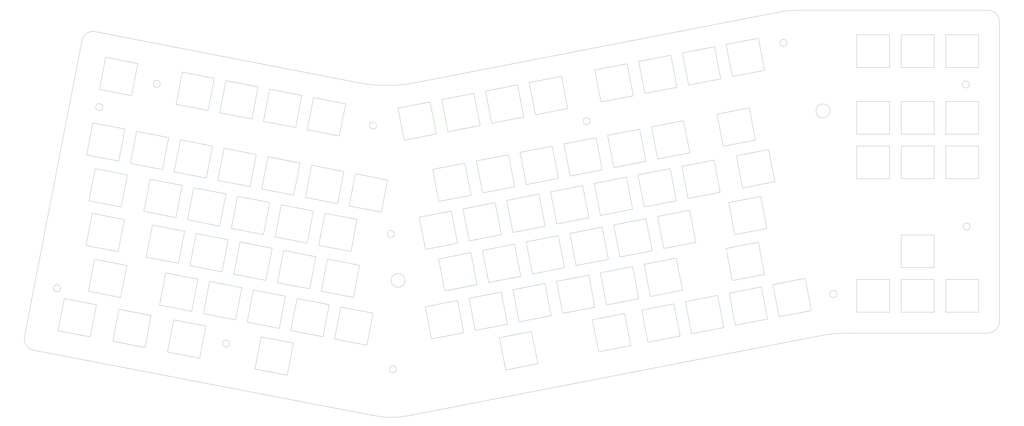
<source format=gbr>
%TF.GenerationSoftware,KiCad,Pcbnew,8.0.4*%
%TF.CreationDate,2024-08-17T15:03:33+09:00*%
%TF.ProjectId,ttaelgam,74746165-6c67-4616-9d2e-6b696361645f,rev?*%
%TF.SameCoordinates,Original*%
%TF.FileFunction,Other,User*%
%FSLAX46Y46*%
G04 Gerber Fmt 4.6, Leading zero omitted, Abs format (unit mm)*
G04 Created by KiCad (PCBNEW 8.0.4) date 2024-08-17 15:03:33*
%MOMM*%
%LPD*%
G01*
G04 APERTURE LIST*
%ADD10C,0.050000*%
%TA.AperFunction,Profile*%
%ADD11C,0.050000*%
%TD*%
G04 APERTURE END LIST*
D10*
%TO.C,MX52*%
X169951320Y-228318007D02*
X167279994Y-242060787D01*
X153537214Y-239389461D01*
X156208540Y-225646681D01*
X169951320Y-228318007D01*
%TO.C,MX2*%
X182673510Y-162868014D02*
X180002184Y-176610794D01*
X166259404Y-173939468D01*
X168930730Y-160196688D01*
X182673510Y-162868014D01*
%TO.C,MX55*%
X226051314Y-239222741D02*
X223379988Y-252965521D01*
X209637208Y-250294195D01*
X212308534Y-236551415D01*
X226051314Y-239222741D01*
%TO.C,MX18*%
X163196145Y-188191827D02*
X160524819Y-201934607D01*
X146782039Y-199263281D01*
X149453365Y-185520501D01*
X163196145Y-188191827D01*
%TO.C,MX24*%
X292328266Y-212894199D02*
X278585486Y-215565525D01*
X275914160Y-201822745D01*
X289656940Y-199151419D01*
X292328266Y-212894199D01*
%TO.C,MX69*%
X250466399Y-263375106D02*
X247795073Y-277117886D01*
X234052293Y-274446560D01*
X236723619Y-260703780D01*
X250466399Y-263375106D01*
%TO.C,MX66*%
X194366406Y-252470371D02*
X191695080Y-266213151D01*
X177952300Y-263541825D01*
X180623626Y-249799045D01*
X194366406Y-252470371D01*
%TO.C,MX84*%
X381667902Y-273154545D02*
X367925122Y-275825871D01*
X365253796Y-262083091D01*
X378996576Y-259411765D01*
X381667902Y-273154545D01*
%TO.C,MX58*%
X313623087Y-247568011D02*
X299880307Y-250239337D01*
X297208981Y-236496557D01*
X310951761Y-233825231D01*
X313623087Y-247568011D01*
%TO.C,MX64*%
X145278911Y-242928729D02*
X142607585Y-256671509D01*
X128864805Y-254000183D01*
X131536131Y-240257403D01*
X145278911Y-242928729D01*
%TO.C,MX78*%
X132294001Y-259811271D02*
X129622675Y-273554051D01*
X115879895Y-270882725D01*
X118551221Y-257139945D01*
X132294001Y-259811271D01*
%TO.C,MX73*%
X345307995Y-260815642D02*
X331565215Y-263486968D01*
X328893889Y-249744188D01*
X342636669Y-247072862D01*
X345307995Y-260815642D01*
%TO.C,MX61*%
X369723080Y-236663277D02*
X355980300Y-239334603D01*
X353308974Y-225591823D01*
X367051754Y-222920497D01*
X369723080Y-236663277D01*
%TO.C,MX63*%
X418810575Y-227121635D02*
X405067795Y-229792961D01*
X402396469Y-216050181D01*
X416139249Y-213378855D01*
X418810575Y-227121635D01*
%TO.C,MX89*%
X476217648Y-262956553D02*
X490217648Y-262956553D01*
X490217648Y-248956553D01*
X476217648Y-248956553D01*
X476217648Y-262956553D01*
%TO.C,MX22*%
X237996136Y-202731473D02*
X235324810Y-216474253D01*
X221582030Y-213802927D01*
X224253356Y-200060147D01*
X237996136Y-202731473D01*
%TO.C,MX44*%
X361413169Y-218872007D02*
X347670389Y-221543333D01*
X344999063Y-207800553D01*
X358741843Y-205129227D01*
X361413169Y-218872007D01*
%TO.C,MX67*%
X213066403Y-256105283D02*
X210395077Y-269848063D01*
X196652297Y-267176737D01*
X199323623Y-253433957D01*
X213066403Y-256105283D01*
%TO.C,MX74*%
X364007993Y-257180731D02*
X350265213Y-259852057D01*
X347593887Y-246109277D01*
X361336667Y-243437951D01*
X364007993Y-257180731D01*
%TO.C,MX36*%
X187611230Y-212344192D02*
X184939904Y-226086972D01*
X171197124Y-223415646D01*
X173868450Y-209672866D01*
X187611230Y-212344192D01*
%TO.C,MX39*%
X243711223Y-223248926D02*
X241039897Y-236991706D01*
X227297117Y-234320380D01*
X229968443Y-220577600D01*
X243711223Y-223248926D01*
%TO.C,MX88*%
X457167648Y-262956553D02*
X471167648Y-262956553D01*
X471167648Y-248956553D01*
X457167648Y-248956553D01*
X457167648Y-262956553D01*
%TO.C,MX19*%
X181896142Y-191826739D02*
X179224816Y-205569519D01*
X165482036Y-202898193D01*
X168153362Y-189155413D01*
X181896142Y-191826739D01*
%TO.C,MX3*%
X201373508Y-166502926D02*
X198702182Y-180245706D01*
X184959402Y-177574380D01*
X187630728Y-163831600D01*
X201373508Y-166502926D01*
%TO.C,MX71*%
X307907999Y-268085465D02*
X294165219Y-270756791D01*
X291493893Y-257014011D01*
X305236673Y-254342685D01*
X307907999Y-268085465D01*
%TO.C,MX27*%
X348428259Y-201989465D02*
X334685479Y-204660791D01*
X332014153Y-190918011D01*
X345756933Y-188246685D01*
X348428259Y-201989465D01*
%TO.C,MX5*%
X238773503Y-173772748D02*
X236102177Y-187515528D01*
X222359397Y-184844202D01*
X225030723Y-171101422D01*
X238773503Y-173772748D01*
%TO.C,MX76*%
X417770486Y-246730360D02*
X404027706Y-249401686D01*
X401356380Y-235658906D01*
X415099160Y-232987580D01*
X417770486Y-246730360D01*
%TO.C,MX9*%
X333625893Y-175756924D02*
X319883113Y-178428250D01*
X317211787Y-164685470D01*
X330954567Y-162014144D01*
X333625893Y-175756924D01*
%TO.C,MX13*%
X417775883Y-159399823D02*
X404033103Y-162071149D01*
X401361777Y-148328369D01*
X415104557Y-145657043D01*
X417775883Y-159399823D01*
%TO.C,MX21*%
X219296138Y-199096561D02*
X216624812Y-212839341D01*
X202882032Y-210168015D01*
X205553358Y-196425235D01*
X219296138Y-199096561D01*
%TO.C,MX33*%
X495267648Y-186756553D02*
X509267648Y-186756553D01*
X509267648Y-172756553D01*
X495267648Y-172756553D01*
X495267648Y-186756553D01*
%TO.C,MX26*%
X329728261Y-205624376D02*
X315985481Y-208295702D01*
X313314155Y-194552922D01*
X327056935Y-191881596D01*
X329728261Y-205624376D01*
%TO.C,MX12*%
X399075886Y-163034734D02*
X385333106Y-165706060D01*
X382661780Y-151963280D01*
X396404560Y-149291954D01*
X399075886Y-163034734D01*
%TO.C,MX16*%
X495267648Y-158181553D02*
X509267648Y-158181553D01*
X509267648Y-144181553D01*
X495267648Y-144181553D01*
X495267648Y-158181553D01*
%TO.C,MX34*%
X145536235Y-204165642D02*
X142864909Y-217908422D01*
X129122129Y-215237096D01*
X131793455Y-201494316D01*
X145536235Y-204165642D01*
%TO.C,MX40*%
X286613178Y-233411653D02*
X272870398Y-236082979D01*
X270199072Y-222340199D01*
X283941852Y-219668873D01*
X286613178Y-233411653D01*
%TO.C,MX82*%
X320892909Y-284968007D02*
X307150129Y-287639333D01*
X304478803Y-273896553D01*
X318221583Y-271225227D01*
X320892909Y-284968007D01*
%TO.C,MX43*%
X342713172Y-222506918D02*
X328970392Y-225178244D01*
X326299066Y-211435464D01*
X340041846Y-208764138D01*
X342713172Y-222506918D01*
%TO.C,MX30*%
X413878252Y-189267275D02*
X400135472Y-191938601D01*
X397464146Y-178195821D01*
X411206926Y-175524495D01*
X413878252Y-189267275D01*
%TO.C,MX7*%
X296225897Y-183026747D02*
X282483117Y-185698073D01*
X279811791Y-171955293D01*
X293554571Y-169283967D01*
X296225897Y-183026747D01*
%TO.C,MX68*%
X231766401Y-259740194D02*
X229095075Y-273482974D01*
X215352295Y-270811648D01*
X218023621Y-257068868D01*
X231766401Y-259740194D01*
%TO.C,MX17*%
X144496147Y-184556916D02*
X141824821Y-198299696D01*
X128082041Y-195628370D01*
X130753367Y-181885590D01*
X144496147Y-184556916D01*
%TO.C,MX35*%
X168911232Y-208709281D02*
X166239906Y-222452061D01*
X152497126Y-219780735D01*
X155168452Y-206037955D01*
X168911232Y-208709281D01*
%TO.C,MX4*%
X220073506Y-170137837D02*
X217402180Y-183880617D01*
X203659400Y-181209291D01*
X206330726Y-167466511D01*
X220073506Y-170137837D01*
%TO.C,MX8*%
X314925895Y-179391835D02*
X301183115Y-182063161D01*
X298511789Y-168320381D01*
X312254569Y-165649055D01*
X314925895Y-179391835D01*
%TO.C,MX1*%
X149948514Y-156506919D02*
X147277188Y-170249699D01*
X133534408Y-167578373D01*
X136205734Y-153835593D01*
X149948514Y-156506919D01*
%TO.C,MX49*%
X476217648Y-205806553D02*
X490217648Y-205806553D01*
X490217648Y-191806553D01*
X476217648Y-191806553D01*
X476217648Y-205806553D01*
%TO.C,MX83*%
X360630405Y-277243820D02*
X346887625Y-279915146D01*
X344216299Y-266172366D01*
X357959079Y-263501040D01*
X360630405Y-277243820D01*
%TO.C,MX48*%
X457167648Y-205806553D02*
X471167648Y-205806553D01*
X471167648Y-191806553D01*
X457167648Y-191806553D01*
X457167648Y-205806553D01*
%TO.C,MX62*%
X388423078Y-233028366D02*
X374680298Y-235699692D01*
X372008972Y-221956912D01*
X385751752Y-219285586D01*
X388423078Y-233028366D01*
%TO.C,MX75*%
X382707990Y-253545819D02*
X368965210Y-256217145D01*
X366293884Y-242474365D01*
X380036664Y-239803039D01*
X382707990Y-253545819D01*
%TO.C,MX25*%
X311028263Y-209259288D02*
X297285483Y-211930614D01*
X294614157Y-198187834D01*
X308356937Y-195516508D01*
X311028263Y-209259288D01*
%TO.C,MX32*%
X476217648Y-186756553D02*
X490217648Y-186756553D01*
X490217648Y-172756553D01*
X476217648Y-172756553D01*
X476217648Y-186756553D01*
%TO.C,MX15*%
X476217648Y-158181553D02*
X490217648Y-158181553D01*
X490217648Y-144181553D01*
X476217648Y-144181553D01*
X476217648Y-158181553D01*
%TO.C,MX41*%
X305313176Y-229776741D02*
X291570396Y-232448067D01*
X288899070Y-218705287D01*
X302641850Y-216033961D01*
X305313176Y-229776741D01*
%TO.C,MX86*%
X419067898Y-265884722D02*
X405325118Y-268556048D01*
X402653792Y-254813268D01*
X416396572Y-252141942D01*
X419067898Y-265884722D01*
%TO.C,MX60*%
X351023082Y-240298188D02*
X337280302Y-242969514D01*
X334608976Y-229226734D01*
X348351756Y-226555408D01*
X351023082Y-240298188D01*
%TO.C,MX10*%
X361675890Y-170304557D02*
X347933110Y-172975883D01*
X345261784Y-159233103D01*
X359004564Y-156561777D01*
X361675890Y-170304557D01*
%TO.C,MX81*%
X216443991Y-276168372D02*
X213772665Y-289911152D01*
X200029885Y-287239826D01*
X202701211Y-273497046D01*
X216443991Y-276168372D01*
%TO.C,MX65*%
X175666408Y-248835460D02*
X172995082Y-262578240D01*
X159252302Y-259906914D01*
X161923628Y-246164134D01*
X175666408Y-248835460D01*
%TO.C,MX14*%
X457167648Y-158181553D02*
X471167648Y-158181553D01*
X471167648Y-144181553D01*
X457167648Y-144181553D01*
X457167648Y-158181553D01*
%TO.C,MX38*%
X225011226Y-219614015D02*
X222339900Y-233356795D01*
X208597120Y-230685469D01*
X211268446Y-216942689D01*
X225011226Y-219614015D01*
%TO.C,MX46*%
X398813165Y-211602184D02*
X385070385Y-214273510D01*
X382399059Y-200530730D01*
X396141839Y-197859404D01*
X398813165Y-211602184D01*
%TO.C,MX53*%
X188651318Y-231952918D02*
X185979992Y-245695698D01*
X172237212Y-243024372D01*
X174908538Y-229281592D01*
X188651318Y-231952918D01*
%TO.C,MX29*%
X385828255Y-194719642D02*
X372085475Y-197390968D01*
X369414149Y-183648188D01*
X383156929Y-180976862D01*
X385828255Y-194719642D01*
%TO.C,MX23*%
X256696134Y-206366384D02*
X254024808Y-220109164D01*
X240282028Y-217437838D01*
X242953354Y-203695058D01*
X256696134Y-206366384D01*
%TO.C,MX31*%
X457167648Y-186756553D02*
X471167648Y-186756553D01*
X471167648Y-172756553D01*
X457167648Y-172756553D01*
X457167648Y-186756553D01*
%TO.C,MX37*%
X206311228Y-215979104D02*
X203639902Y-229721884D01*
X189897122Y-227050558D01*
X192568448Y-213307778D01*
X206311228Y-215979104D01*
%TO.C,MX42*%
X324013174Y-226141830D02*
X310270394Y-228813156D01*
X307599068Y-215070376D01*
X321341848Y-212399050D01*
X324013174Y-226141830D01*
%TO.C,MX90*%
X495267648Y-262956553D02*
X509267648Y-262956553D01*
X509267648Y-248956553D01*
X495267648Y-248956553D01*
X495267648Y-262956553D01*
%TO.C,MX45*%
X380113167Y-215237096D02*
X366370387Y-217908422D01*
X363699061Y-204165642D01*
X377441841Y-201494316D01*
X380113167Y-215237096D01*
%TO.C,MX20*%
X200596140Y-195461650D02*
X197924814Y-209204430D01*
X184182034Y-206533104D01*
X186853360Y-192790324D01*
X200596140Y-195461650D01*
%TO.C,MX85*%
X400367900Y-269519634D02*
X386625120Y-272190960D01*
X383953794Y-258448180D01*
X397696574Y-255776854D01*
X400367900Y-269519634D01*
%TO.C,MX50*%
X495267648Y-205806553D02*
X509267648Y-205806553D01*
X509267648Y-191806553D01*
X495267648Y-191806553D01*
X495267648Y-205806553D01*
%TO.C,MX54*%
X207351316Y-235587829D02*
X204679990Y-249330609D01*
X190937210Y-246659283D01*
X193608536Y-232916503D01*
X207351316Y-235587829D01*
%TO.C,MX11*%
X380375888Y-166669645D02*
X366633108Y-169340971D01*
X363961782Y-155598191D01*
X377704562Y-152926865D01*
X380375888Y-166669645D01*
%TO.C,MX80*%
X179043996Y-268898550D02*
X176372670Y-282641330D01*
X162629890Y-279970004D01*
X165301216Y-266227224D01*
X179043996Y-268898550D01*
%TO.C,MX28*%
X367128257Y-198354554D02*
X353385477Y-201025880D01*
X350714151Y-187283100D01*
X364456931Y-184611774D01*
X367128257Y-198354554D01*
%TO.C,MX57*%
X294923089Y-251202923D02*
X281180309Y-253874249D01*
X278508983Y-240131469D01*
X292251763Y-237460143D01*
X294923089Y-251202923D01*
%TO.C,MX59*%
X332323085Y-243933100D02*
X318580305Y-246604426D01*
X315908979Y-232861646D01*
X329651759Y-230190320D01*
X332323085Y-243933100D01*
%TO.C,MX47*%
X422188162Y-207058545D02*
X408445382Y-209729871D01*
X405774056Y-195987091D01*
X419516836Y-193315765D01*
X422188162Y-207058545D01*
%TO.C,MX6*%
X277525900Y-186661658D02*
X263783120Y-189332984D01*
X261111794Y-175590204D01*
X274854574Y-172918878D01*
X277525900Y-186661658D01*
%TO.C,MX79*%
X155668998Y-264354911D02*
X152997672Y-278097691D01*
X139254892Y-275426365D01*
X141926218Y-261683585D01*
X155668998Y-264354911D01*
%TO.C,MX56*%
X244751312Y-242857652D02*
X242079986Y-256600432D01*
X228337206Y-253929106D01*
X231008532Y-240186326D01*
X244751312Y-242857652D01*
%TO.C,MX70*%
X289208001Y-271720376D02*
X275465221Y-274391702D01*
X272793895Y-260648922D01*
X286536675Y-257977596D01*
X289208001Y-271720376D01*
%TO.C,MX77*%
X476217648Y-243906553D02*
X490217648Y-243906553D01*
X490217648Y-229906553D01*
X476217648Y-229906553D01*
X476217648Y-243906553D01*
%TO.C,MX72*%
X326607997Y-264450553D02*
X312865217Y-267121879D01*
X310193891Y-253379099D01*
X323936671Y-250707773D01*
X326607997Y-264450553D01*
%TO.C,MX51*%
X144238823Y-223320003D02*
X141567497Y-237062783D01*
X127824717Y-234391457D01*
X130496043Y-220648677D01*
X144238823Y-223320003D01*
%TO.C,MX87*%
X437767896Y-262249811D02*
X424025116Y-264921137D01*
X421353790Y-251178357D01*
X435096570Y-248507031D01*
X437767896Y-262249811D01*
%TD*%
D11*
X518209740Y-265496311D02*
X518209740Y-266896311D01*
X259609740Y-229496311D02*
G75*
G02*
X256609740Y-229496311I-1500000J0D01*
G01*
X256609740Y-229496311D02*
G75*
G02*
X259609740Y-229496311I1500000J0D01*
G01*
X265437832Y-307329325D02*
G75*
G02*
X251379039Y-307342807I-7064232J36319425D01*
G01*
X135009740Y-175196311D02*
G75*
G02*
X132009740Y-175196311I-1500000J0D01*
G01*
X132009740Y-175196311D02*
G75*
G02*
X135009740Y-175196311I1500000J0D01*
G01*
X126058534Y-146810875D02*
G75*
G02*
X131923193Y-142853234I4908866J-950125D01*
G01*
X518209740Y-141696311D02*
X518209740Y-265496311D01*
X513209740Y-133696311D02*
G75*
G02*
X518209689Y-138696311I-40J-4999989D01*
G01*
X108809740Y-279896311D02*
X105509757Y-279252412D01*
X268442894Y-164756920D02*
G75*
G02*
X244377335Y-164753073I-12022894J61842120D01*
G01*
X448709740Y-255196311D02*
G75*
G02*
X445709740Y-255196311I-1500000J0D01*
G01*
X445709740Y-255196311D02*
G75*
G02*
X448709740Y-255196311I1500000J0D01*
G01*
X159609740Y-165196311D02*
G75*
G02*
X156609740Y-165196311I-1500000J0D01*
G01*
X156609740Y-165196311D02*
G75*
G02*
X159609740Y-165196311I1500000J0D01*
G01*
X441651426Y-273055222D02*
X265437832Y-307329325D01*
X431773007Y-133696311D02*
X513209740Y-133696311D01*
X424711961Y-134376322D02*
X268442894Y-164756920D01*
X424711961Y-134376322D02*
G75*
G02*
X431773007Y-133696313I7061039J-36319978D01*
G01*
X518209740Y-266896311D02*
G75*
G02*
X513209740Y-271896340I-5000040J11D01*
G01*
X505609740Y-226296311D02*
G75*
G02*
X502609740Y-226296311I-1500000J0D01*
G01*
X502609740Y-226296311D02*
G75*
G02*
X505609740Y-226296311I1500000J0D01*
G01*
X101558410Y-273394850D02*
X126058534Y-146810875D01*
X513209740Y-271896311D02*
X511809740Y-271896311D01*
X505309740Y-165496311D02*
G75*
G02*
X502309740Y-165496311I-1500000J0D01*
G01*
X502309740Y-165496311D02*
G75*
G02*
X505309740Y-165496311I1500000J0D01*
G01*
X117009740Y-252796311D02*
G75*
G02*
X114009740Y-252796311I-1500000J0D01*
G01*
X114009740Y-252796311D02*
G75*
G02*
X117009740Y-252796311I1500000J0D01*
G01*
X518209740Y-141696311D02*
X518209740Y-138696311D01*
X252009740Y-183096311D02*
G75*
G02*
X249009740Y-183096311I-1500000J0D01*
G01*
X249009740Y-183096311D02*
G75*
G02*
X252009740Y-183096311I1500000J0D01*
G01*
X445809740Y-176796311D02*
G75*
G02*
X439809740Y-176796311I-3000000J0D01*
G01*
X439809740Y-176796311D02*
G75*
G02*
X445809740Y-176796311I3000000J0D01*
G01*
X260509740Y-287396311D02*
G75*
G02*
X257509740Y-287396311I-1500000J0D01*
G01*
X257509740Y-287396311D02*
G75*
G02*
X260509740Y-287396311I1500000J0D01*
G01*
X105509757Y-279252412D02*
G75*
G02*
X101558450Y-273394858I957543J4907412D01*
G01*
X189209740Y-276396311D02*
G75*
G02*
X186209740Y-276396311I-1500000J0D01*
G01*
X186209740Y-276396311D02*
G75*
G02*
X189209740Y-276396311I1500000J0D01*
G01*
X264150828Y-249396311D02*
G75*
G02*
X258268652Y-249396311I-2941088J0D01*
G01*
X258268652Y-249396311D02*
G75*
G02*
X264150828Y-249396311I2941088J0D01*
G01*
X343309740Y-181196311D02*
G75*
G02*
X340309740Y-181196311I-1500000J0D01*
G01*
X340309740Y-181196311D02*
G75*
G02*
X343309740Y-181196311I1500000J0D01*
G01*
X441651426Y-273055222D02*
G75*
G02*
X453679714Y-271896313I12028274J-61841078D01*
G01*
X427409740Y-147696311D02*
G75*
G02*
X424409740Y-147696311I-1500000J0D01*
G01*
X424409740Y-147696311D02*
G75*
G02*
X427409740Y-147696311I1500000J0D01*
G01*
X244377337Y-164753061D02*
X131923203Y-142853183D01*
X251379039Y-307342807D02*
X108809740Y-279896311D01*
X511809740Y-271896311D02*
X453679714Y-271896311D01*
M02*

</source>
